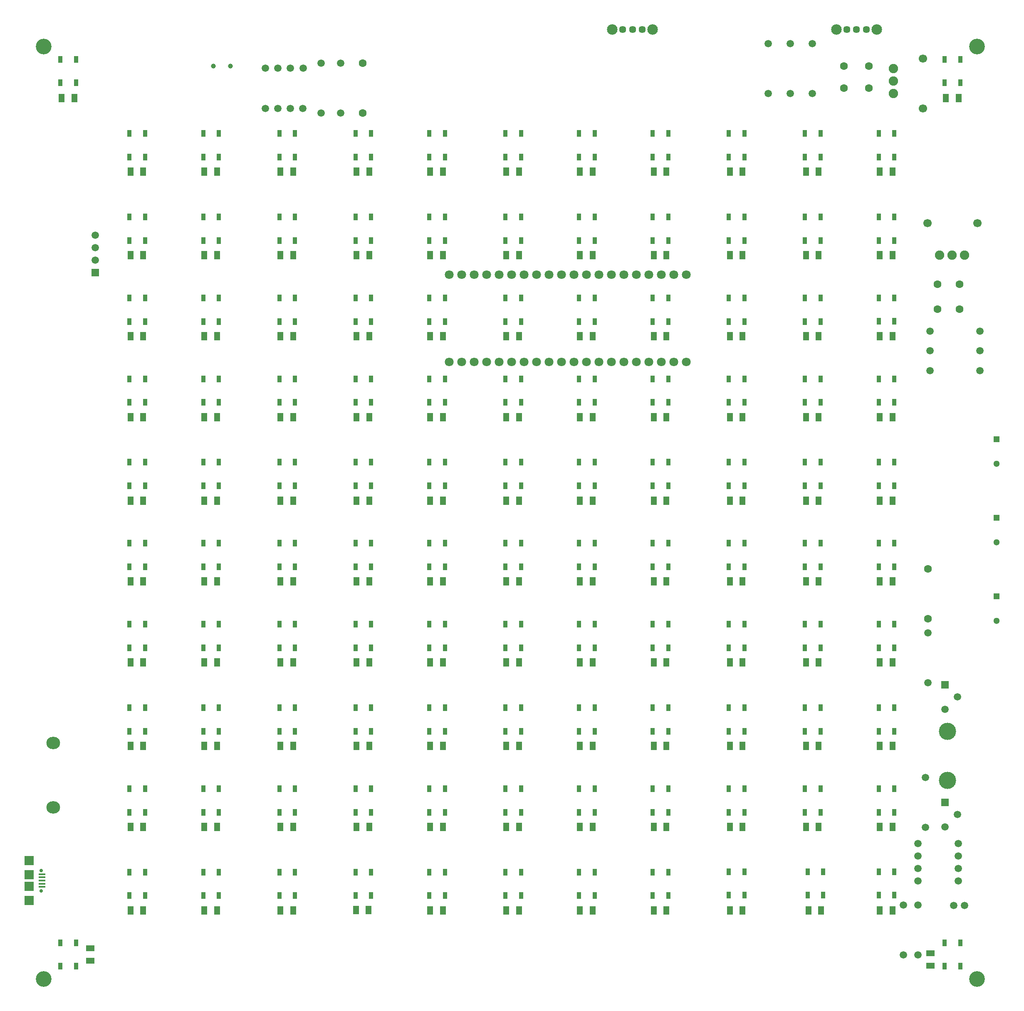
<source format=gbr>
%TF.GenerationSoftware,Altium Limited,Altium Designer,24.5.1 (21)*%
G04 Layer_Color=255*
%FSLAX45Y45*%
%MOMM*%
%TF.SameCoordinates,D7596F51-2DA0-4622-90E6-AC5F46AEA47A*%
%TF.FilePolarity,Positive*%
%TF.FileFunction,Pads,Top*%
%TF.Part,Single*%
G01*
G75*
%TA.AperFunction,SMDPad,CuDef*%
%ADD10R,0.95000X1.35000*%
%ADD11R,1.20000X1.80000*%
%ADD12R,1.80000X1.20000*%
%ADD13R,1.90000X1.90000*%
%ADD14R,1.35000X0.40000*%
%TA.AperFunction,ComponentPad*%
%ADD19C,1.50000*%
G04:AMPARAMS|DCode=20|XSize=2.5mm|YSize=2.8mm|CornerRadius=1.25mm|HoleSize=0mm|Usage=FLASHONLY|Rotation=270.000|XOffset=0mm|YOffset=0mm|HoleType=Round|Shape=RoundedRectangle|*
%AMROUNDEDRECTD20*
21,1,2.50000,0.30000,0,0,270.0*
21,1,0.00000,2.80000,0,0,270.0*
1,1,2.50000,-0.15000,0.00000*
1,1,2.50000,-0.15000,0.00000*
1,1,2.50000,0.15000,0.00000*
1,1,2.50000,0.15000,0.00000*
%
%ADD20ROUNDEDRECTD20*%
%ADD21C,1.60000*%
%ADD22C,1.90000*%
%ADD23C,1.70000*%
%TA.AperFunction,ViaPad*%
%ADD24C,1.00000*%
%TA.AperFunction,ComponentPad*%
%ADD25C,2.15000*%
%ADD26C,1.45000*%
%ADD27C,3.50000*%
%ADD28C,1.80000*%
%ADD29R,1.50000X1.50000*%
%ADD30R,1.50000X1.50000*%
%ADD31R,1.30000X1.30000*%
%ADD32C,1.30000*%
%ADD33C,0.70000*%
%TA.AperFunction,WasherPad*%
%ADD34C,3.20000*%
D10*
X10220000Y10550000D02*
D03*
X9900000Y11030000D02*
D03*
X10220000D02*
D03*
X9900000Y10550000D02*
D03*
X8670000D02*
D03*
X8350000Y11030000D02*
D03*
X8670000D02*
D03*
X8350000Y10550000D02*
D03*
X7170000D02*
D03*
X6850000Y11030000D02*
D03*
X7170000D02*
D03*
X6850000Y10550000D02*
D03*
X5620000D02*
D03*
X5300000Y11030000D02*
D03*
X5620000D02*
D03*
X5300000Y10550000D02*
D03*
X4070000D02*
D03*
X3750000Y11030000D02*
D03*
X4070000D02*
D03*
X3750000Y10550000D02*
D03*
X2570000D02*
D03*
X2250000Y11030000D02*
D03*
X2570000D02*
D03*
X2250000Y10550000D02*
D03*
X2570000Y8900000D02*
D03*
X2250000Y9380000D02*
D03*
X2570000D02*
D03*
X2250000Y8900000D02*
D03*
X4070000D02*
D03*
X3750000Y9380000D02*
D03*
X4070000D02*
D03*
X3750000Y8900000D02*
D03*
X5620000D02*
D03*
X5300000Y9380000D02*
D03*
X5620000D02*
D03*
X5300000Y8900000D02*
D03*
X7170000D02*
D03*
X6850000Y9380000D02*
D03*
X7170000D02*
D03*
X6850000Y8900000D02*
D03*
X8670000D02*
D03*
X8350000Y9380000D02*
D03*
X8670000D02*
D03*
X8350000Y8900000D02*
D03*
X10220000D02*
D03*
X9900000Y9380000D02*
D03*
X10220000D02*
D03*
X9900000Y8900000D02*
D03*
X11720000D02*
D03*
X11400000Y9380000D02*
D03*
X11720000D02*
D03*
X11400000Y8900000D02*
D03*
X13220000D02*
D03*
X12900000Y9380000D02*
D03*
X13220000D02*
D03*
X12900000Y8900000D02*
D03*
X14770000D02*
D03*
X14450000Y9380000D02*
D03*
X14770000D02*
D03*
X14450000Y8900000D02*
D03*
X16320000D02*
D03*
X16000000Y9380000D02*
D03*
X16320000D02*
D03*
X16000000Y8900000D02*
D03*
X17820000D02*
D03*
X17500000Y9380000D02*
D03*
X17820000D02*
D03*
X17500000Y8900000D02*
D03*
X17820000Y7250000D02*
D03*
X17500000Y7730000D02*
D03*
X17820000D02*
D03*
X17500000Y7250000D02*
D03*
X16320000D02*
D03*
X16000000Y7730000D02*
D03*
X16320000D02*
D03*
X16000000Y7250000D02*
D03*
X14770000D02*
D03*
X14450000Y7730000D02*
D03*
X14770000D02*
D03*
X14450000Y7250000D02*
D03*
X13220000D02*
D03*
X12900000Y7730000D02*
D03*
X13220000D02*
D03*
X12900000Y7250000D02*
D03*
X11720000D02*
D03*
X11400000Y7730000D02*
D03*
X11720000D02*
D03*
X11400000Y7250000D02*
D03*
X10220000D02*
D03*
X9900000Y7730000D02*
D03*
X10220000D02*
D03*
X9900000Y7250000D02*
D03*
X8670000D02*
D03*
X8350000Y7730000D02*
D03*
X8670000D02*
D03*
X8350000Y7250000D02*
D03*
X7170000D02*
D03*
X6850000Y7730000D02*
D03*
X7170000D02*
D03*
X6850000Y7250000D02*
D03*
X5620000D02*
D03*
X5300000Y7730000D02*
D03*
X5620000D02*
D03*
X5300000Y7250000D02*
D03*
X4070000D02*
D03*
X3750000Y7730000D02*
D03*
X4070000D02*
D03*
X3750000Y7250000D02*
D03*
X2570000D02*
D03*
X2250000Y7730000D02*
D03*
X2570000D02*
D03*
X2250000Y7250000D02*
D03*
X2570000Y5550000D02*
D03*
X2250000Y6030000D02*
D03*
X2570000D02*
D03*
X2250000Y5550000D02*
D03*
X4070000D02*
D03*
X3750000Y6030000D02*
D03*
X4070000D02*
D03*
X3750000Y5550000D02*
D03*
X5620000D02*
D03*
X5300000Y6030000D02*
D03*
X5620000D02*
D03*
X5300000Y5550000D02*
D03*
X7170000D02*
D03*
X6850000Y6030000D02*
D03*
X7170000D02*
D03*
X6850000Y5550000D02*
D03*
X8670000D02*
D03*
X8350000Y6030000D02*
D03*
X8670000D02*
D03*
X8350000Y5550000D02*
D03*
X10220000D02*
D03*
X9900000Y6030000D02*
D03*
X10220000D02*
D03*
X9900000Y5550000D02*
D03*
X11720000D02*
D03*
X11400000Y6030000D02*
D03*
X11720000D02*
D03*
X11400000Y5550000D02*
D03*
X13220000D02*
D03*
X12900000Y6030000D02*
D03*
X13220000D02*
D03*
X12900000Y5550000D02*
D03*
X14770000D02*
D03*
X14450000Y6030000D02*
D03*
X14770000D02*
D03*
X14450000Y5550000D02*
D03*
X16320000D02*
D03*
X16000000Y6030000D02*
D03*
X16320000D02*
D03*
X16000000Y5550000D02*
D03*
X17820000D02*
D03*
X17500000Y6030000D02*
D03*
X17820000D02*
D03*
X17500000Y5550000D02*
D03*
X17820000Y3900000D02*
D03*
X17500000Y4380000D02*
D03*
X17820000D02*
D03*
X17500000Y3900000D02*
D03*
X16320000D02*
D03*
X16000000Y4380000D02*
D03*
X16320000D02*
D03*
X16000000Y3900000D02*
D03*
X14770000D02*
D03*
X14450000Y4380000D02*
D03*
X14770000D02*
D03*
X14450000Y3900000D02*
D03*
X13220000D02*
D03*
X12900000Y4380000D02*
D03*
X13220000D02*
D03*
X12900000Y3900000D02*
D03*
X11720000D02*
D03*
X11400000Y4380000D02*
D03*
X11720000D02*
D03*
X11400000Y3900000D02*
D03*
X10220000D02*
D03*
X9900000Y4380000D02*
D03*
X10220000D02*
D03*
X9900000Y3900000D02*
D03*
X8670000D02*
D03*
X8350000Y4380000D02*
D03*
X8670000D02*
D03*
X8350000Y3900000D02*
D03*
X7170000D02*
D03*
X6850000Y4380000D02*
D03*
X7170000D02*
D03*
X6850000Y3900000D02*
D03*
X5620000D02*
D03*
X5300000Y4380000D02*
D03*
X5620000D02*
D03*
X5300000Y3900000D02*
D03*
X4070000D02*
D03*
X3750000Y4380000D02*
D03*
X4070000D02*
D03*
X3750000Y3900000D02*
D03*
X2570000D02*
D03*
X2250000Y4380000D02*
D03*
X2570000D02*
D03*
X2250000Y3900000D02*
D03*
X1160000Y760000D02*
D03*
X840000Y1240000D02*
D03*
X1160000D02*
D03*
X840000Y760000D02*
D03*
X2570000Y2200000D02*
D03*
X2250000Y2680000D02*
D03*
X2570000D02*
D03*
X2250000Y2200000D02*
D03*
X4070000D02*
D03*
X3750000Y2680000D02*
D03*
X4070000D02*
D03*
X3750000Y2200000D02*
D03*
X5620000D02*
D03*
X5300000Y2680000D02*
D03*
X5620000D02*
D03*
X5300000Y2200000D02*
D03*
X7170000D02*
D03*
X6850000Y2680000D02*
D03*
X7170000D02*
D03*
X6850000Y2200000D02*
D03*
X8670000D02*
D03*
X8350000Y2680000D02*
D03*
X8670000D02*
D03*
X8350000Y2200000D02*
D03*
X10220000D02*
D03*
X9900000Y2680000D02*
D03*
X10220000D02*
D03*
X9900000Y2200000D02*
D03*
X11720000D02*
D03*
X11400000Y2680000D02*
D03*
X11720000D02*
D03*
X11400000Y2200000D02*
D03*
X12900000Y2680000D02*
D03*
X13220000D02*
D03*
X12900000Y2200000D02*
D03*
X13220000D02*
D03*
X19160001Y18760001D02*
D03*
X18839999Y19239999D02*
D03*
X19160001D02*
D03*
X18839999Y18760001D02*
D03*
X17820000Y17250000D02*
D03*
X17500000Y17730000D02*
D03*
X17820000D02*
D03*
X17500000Y17250000D02*
D03*
X16320000D02*
D03*
X16000000Y17730000D02*
D03*
X16320000D02*
D03*
X16000000Y17250000D02*
D03*
X14770000D02*
D03*
X14450000Y17730000D02*
D03*
X14770000D02*
D03*
X14450000Y17250000D02*
D03*
X13220000D02*
D03*
X12900000Y17730000D02*
D03*
X13220000D02*
D03*
X12900000Y17250000D02*
D03*
X11720000D02*
D03*
X11400000Y17730000D02*
D03*
X11720000D02*
D03*
X11400000Y17250000D02*
D03*
X10220000D02*
D03*
X9900000Y17730000D02*
D03*
X10220000D02*
D03*
X9900000Y17250000D02*
D03*
X8670000D02*
D03*
X8350000Y17730000D02*
D03*
X8670000D02*
D03*
X8350000Y17250000D02*
D03*
X7170000D02*
D03*
X6850000Y17730000D02*
D03*
X7170000D02*
D03*
X6850000Y17250000D02*
D03*
X5620000D02*
D03*
X5300000Y17730000D02*
D03*
X5620000D02*
D03*
X5300000Y17250000D02*
D03*
X4070000D02*
D03*
X3750000Y17730000D02*
D03*
X4070000D02*
D03*
X3750000Y17250000D02*
D03*
X2570000D02*
D03*
X2250000Y17730000D02*
D03*
X2570000D02*
D03*
X2250000Y17250000D02*
D03*
X1160000Y18760001D02*
D03*
X840000Y19239999D02*
D03*
X1160000D02*
D03*
X840000Y18760001D02*
D03*
X2570000Y15550000D02*
D03*
X2250000Y16030000D02*
D03*
X2570000D02*
D03*
X2250000Y15550000D02*
D03*
X4070000D02*
D03*
X3750000Y16030000D02*
D03*
X4070000D02*
D03*
X3750000Y15550000D02*
D03*
X5620000D02*
D03*
X5300000Y16030000D02*
D03*
X5620000D02*
D03*
X5300000Y15550000D02*
D03*
X7170000D02*
D03*
X6850000Y16030000D02*
D03*
X7170000D02*
D03*
X6850000Y15550000D02*
D03*
X8670000D02*
D03*
X8350000Y16030000D02*
D03*
X8670000D02*
D03*
X8350000Y15550000D02*
D03*
X10220000D02*
D03*
X9900000Y16030000D02*
D03*
X10220000D02*
D03*
X9900000Y15550000D02*
D03*
X11720000D02*
D03*
X11400000Y16030000D02*
D03*
X11720000D02*
D03*
X11400000Y15550000D02*
D03*
X13220000D02*
D03*
X12900000Y16030000D02*
D03*
X13220000D02*
D03*
X12900000Y15550000D02*
D03*
X14770000D02*
D03*
X14450000Y16030000D02*
D03*
X14770000D02*
D03*
X14450000Y15550000D02*
D03*
X16320000D02*
D03*
X16000000Y16030000D02*
D03*
X16320000D02*
D03*
X16000000Y15550000D02*
D03*
X17820000D02*
D03*
X17500000Y16030000D02*
D03*
X17820000D02*
D03*
X17500000Y15550000D02*
D03*
X17820000Y13900000D02*
D03*
X17500000Y14380000D02*
D03*
X17820000D02*
D03*
X17500000Y13900000D02*
D03*
X16320000Y13895369D02*
D03*
X16000000Y14375369D02*
D03*
X16320000D02*
D03*
X16000000Y13895369D02*
D03*
X14770000D02*
D03*
X14450000Y14375369D02*
D03*
X14770000D02*
D03*
X14450000Y13895369D02*
D03*
X13220000D02*
D03*
X12900000Y14375369D02*
D03*
X13220000D02*
D03*
X12900000Y13895369D02*
D03*
X11720000D02*
D03*
X11400000Y14375369D02*
D03*
X11720000D02*
D03*
X11400000Y13895369D02*
D03*
X10220000D02*
D03*
X9900000Y14375369D02*
D03*
X10220000D02*
D03*
X9900000Y13895369D02*
D03*
X8670000D02*
D03*
X8350000Y14375369D02*
D03*
X8670000D02*
D03*
X8350000Y13895369D02*
D03*
X7170000D02*
D03*
X6850000Y14375369D02*
D03*
X7170000D02*
D03*
X6850000Y13895369D02*
D03*
X5620000D02*
D03*
X5300000Y14375369D02*
D03*
X5620000D02*
D03*
X5300000Y13895369D02*
D03*
X4070000D02*
D03*
X3750000Y14375369D02*
D03*
X4070000D02*
D03*
X3750000Y13895369D02*
D03*
X2570000D02*
D03*
X2250000Y14375369D02*
D03*
X2570000D02*
D03*
X2250000Y13895369D02*
D03*
X2570000Y12250000D02*
D03*
X2250000Y12730000D02*
D03*
X2570000D02*
D03*
X2250000Y12250000D02*
D03*
X4070000D02*
D03*
X3750000Y12730000D02*
D03*
X4070000D02*
D03*
X3750000Y12250000D02*
D03*
X5620000D02*
D03*
X5300000Y12730000D02*
D03*
X5620000D02*
D03*
X5300000Y12250000D02*
D03*
X7170000D02*
D03*
X6850000Y12730000D02*
D03*
X7170000D02*
D03*
X6850000Y12250000D02*
D03*
X8670000D02*
D03*
X8350000Y12730000D02*
D03*
X8670000D02*
D03*
X8350000Y12250000D02*
D03*
X10220000D02*
D03*
X9900000Y12730000D02*
D03*
X10220000D02*
D03*
X9900000Y12250000D02*
D03*
X11720000D02*
D03*
X11400000Y12730000D02*
D03*
X11720000D02*
D03*
X11400000Y12250000D02*
D03*
X13220000D02*
D03*
X12900000Y12730000D02*
D03*
X13220000D02*
D03*
X12900000Y12250000D02*
D03*
X14770000D02*
D03*
X14450000Y12730000D02*
D03*
X14770000D02*
D03*
X14450000Y12250000D02*
D03*
X16320000D02*
D03*
X16000000Y12730000D02*
D03*
X16320000D02*
D03*
X16000000Y12250000D02*
D03*
X17820000D02*
D03*
X17500000Y12730000D02*
D03*
X17820000D02*
D03*
X17500000Y12250000D02*
D03*
X17820000Y10550000D02*
D03*
X17500000Y11030000D02*
D03*
X17820000D02*
D03*
X17500000Y10550000D02*
D03*
X16320000D02*
D03*
X16000000Y11030000D02*
D03*
X16320000D02*
D03*
X16000000Y10550000D02*
D03*
X14770000D02*
D03*
X14450000Y11030000D02*
D03*
X14770000D02*
D03*
X14450000Y10550000D02*
D03*
X13220000D02*
D03*
X12900000Y11030000D02*
D03*
X13220000D02*
D03*
X12900000Y10550000D02*
D03*
X11720000D02*
D03*
X11400000Y11030000D02*
D03*
X11720000D02*
D03*
X11400000Y10550000D02*
D03*
X14446030Y2690000D02*
D03*
X14766029D02*
D03*
Y2210000D02*
D03*
X14446030D02*
D03*
X16052565Y2690000D02*
D03*
X16372565D02*
D03*
Y2210000D02*
D03*
X16052565D02*
D03*
X17500000Y2690000D02*
D03*
X17820000D02*
D03*
Y2210000D02*
D03*
X17500000D02*
D03*
X18839999Y760000D02*
D03*
X19160001D02*
D03*
Y1240000D02*
D03*
X18839999D02*
D03*
D11*
X5580000Y16950000D02*
D03*
X5320000D02*
D03*
X7130000D02*
D03*
X6870000D02*
D03*
X8630000D02*
D03*
X8370000D02*
D03*
X10180000D02*
D03*
X9920000D02*
D03*
X11680000D02*
D03*
X11420000D02*
D03*
X13180000D02*
D03*
X12920000D02*
D03*
X14730000D02*
D03*
X14470000D02*
D03*
X16280000D02*
D03*
X16020000D02*
D03*
X17780000D02*
D03*
X17520000D02*
D03*
X19130000Y18450000D02*
D03*
X18870000D02*
D03*
X14730000Y15250000D02*
D03*
X14470000D02*
D03*
X13180000D02*
D03*
X12920000D02*
D03*
X11680000D02*
D03*
X11420000D02*
D03*
X10180000D02*
D03*
X9920000D02*
D03*
X8630000D02*
D03*
X8370000D02*
D03*
X7130000D02*
D03*
X6870000D02*
D03*
X5580000D02*
D03*
X5320000D02*
D03*
X4030000D02*
D03*
X3770000D02*
D03*
X2530000D02*
D03*
X2270000D02*
D03*
X1130000Y18450000D02*
D03*
X870000D02*
D03*
X2530000Y16950000D02*
D03*
X2270000D02*
D03*
X5580000Y13600000D02*
D03*
X5320000D02*
D03*
X7130000D02*
D03*
X6870000D02*
D03*
X8630000D02*
D03*
X8370000D02*
D03*
X10180000D02*
D03*
X9920000D02*
D03*
X11680000D02*
D03*
X11420000D02*
D03*
X13180000D02*
D03*
X12920000D02*
D03*
X14730000D02*
D03*
X14470000D02*
D03*
X16280000D02*
D03*
X16020000D02*
D03*
X17780000D02*
D03*
X17520000D02*
D03*
X17780000Y15250000D02*
D03*
X17520000D02*
D03*
X16280000D02*
D03*
X16020000D02*
D03*
X14730000Y11950000D02*
D03*
X14470000D02*
D03*
X13180000D02*
D03*
X12920000D02*
D03*
X11680000D02*
D03*
X11420000D02*
D03*
X10180000D02*
D03*
X9920000D02*
D03*
X8630000D02*
D03*
X8370000D02*
D03*
X7130000D02*
D03*
X6870000D02*
D03*
X5580000D02*
D03*
X5320000D02*
D03*
X4030000D02*
D03*
X3770000D02*
D03*
X2530000D02*
D03*
X2270000D02*
D03*
X2530000Y13600000D02*
D03*
X2270000D02*
D03*
X4030000D02*
D03*
X3770000D02*
D03*
X5580000Y10250000D02*
D03*
X5320000D02*
D03*
X7130000D02*
D03*
X6870000D02*
D03*
X8630000D02*
D03*
X8370000D02*
D03*
X10180000D02*
D03*
X9920000D02*
D03*
X11680000D02*
D03*
X11420000D02*
D03*
X13180000D02*
D03*
X12920000D02*
D03*
X14730000D02*
D03*
X14470000D02*
D03*
X16280000D02*
D03*
X16020000D02*
D03*
X17780000D02*
D03*
X17520000D02*
D03*
X17780000Y11950000D02*
D03*
X17520000D02*
D03*
X16280000D02*
D03*
X16020000D02*
D03*
X14730000Y8600000D02*
D03*
X14470000D02*
D03*
X13180000D02*
D03*
X12920000D02*
D03*
X11680000D02*
D03*
X11420000D02*
D03*
X10180000D02*
D03*
X9920000D02*
D03*
X8630000D02*
D03*
X8370000D02*
D03*
X7130000D02*
D03*
X6870000D02*
D03*
X5580000D02*
D03*
X5320000D02*
D03*
X4030000D02*
D03*
X3770000D02*
D03*
X2530000D02*
D03*
X2270000D02*
D03*
X2530000Y10250000D02*
D03*
X2270000D02*
D03*
X4030000D02*
D03*
X3770000D02*
D03*
X5580000Y6950000D02*
D03*
X5320000D02*
D03*
X7130000D02*
D03*
X6870000D02*
D03*
X8630000D02*
D03*
X8370000D02*
D03*
X10180000D02*
D03*
X9920000D02*
D03*
X11680000D02*
D03*
X11420000D02*
D03*
X13180000D02*
D03*
X12920000D02*
D03*
X14730000D02*
D03*
X14470000D02*
D03*
X16280000D02*
D03*
X16020000D02*
D03*
X17780000D02*
D03*
X17520000D02*
D03*
X17780000Y8600000D02*
D03*
X17520000D02*
D03*
X16280000D02*
D03*
X16020000D02*
D03*
X14730000Y5250000D02*
D03*
X14470000D02*
D03*
X13180000D02*
D03*
X12920000D02*
D03*
X11680000D02*
D03*
X11420000D02*
D03*
X10180000D02*
D03*
X9920000D02*
D03*
X8630000D02*
D03*
X8370000D02*
D03*
X7130000D02*
D03*
X6870000D02*
D03*
X5580000D02*
D03*
X5320000D02*
D03*
X4030000D02*
D03*
X3770000D02*
D03*
X2530000D02*
D03*
X2270000D02*
D03*
X2530000Y6950000D02*
D03*
X2270000D02*
D03*
X4030000D02*
D03*
X3770000D02*
D03*
X5580000Y3600000D02*
D03*
X5320000D02*
D03*
X7130000D02*
D03*
X6870000D02*
D03*
X8630000D02*
D03*
X8370000D02*
D03*
X10180000D02*
D03*
X9920000D02*
D03*
X11680000D02*
D03*
X11420000D02*
D03*
X13180000D02*
D03*
X12920000D02*
D03*
X14730000D02*
D03*
X14470000D02*
D03*
X16280000D02*
D03*
X16020000D02*
D03*
X17780000D02*
D03*
X17520000D02*
D03*
X17780000Y5250000D02*
D03*
X17520000D02*
D03*
X16280000D02*
D03*
X16020000D02*
D03*
X13180000Y1900000D02*
D03*
X12920000D02*
D03*
X11680000D02*
D03*
X11420000D02*
D03*
X10180000D02*
D03*
X9920000D02*
D03*
X8630000D02*
D03*
X8370000D02*
D03*
X7117327Y1906353D02*
D03*
X6857327D02*
D03*
X5580000Y1900000D02*
D03*
X5320000D02*
D03*
X4030000D02*
D03*
X3770000D02*
D03*
X2530000D02*
D03*
X2270000D02*
D03*
X2530000Y3600000D02*
D03*
X2270000D02*
D03*
X4030000D02*
D03*
X3770000D02*
D03*
X14730000Y1900000D02*
D03*
X14470000D02*
D03*
X16330000D02*
D03*
X16070000D02*
D03*
X17780000D02*
D03*
X17520000D02*
D03*
X4030000Y16950000D02*
D03*
X3770000D02*
D03*
D12*
X1450000Y1130000D02*
D03*
Y870000D02*
D03*
X18550000Y1030000D02*
D03*
Y770000D02*
D03*
D13*
X205000Y2102500D02*
D03*
X205000Y2387500D02*
D03*
Y2627500D02*
D03*
X205000Y2912500D02*
D03*
D14*
X472501Y2442500D02*
D03*
X472500Y2572500D02*
D03*
Y2637500D02*
D03*
Y2507500D02*
D03*
Y2377500D02*
D03*
D19*
X18449992Y3592000D02*
D03*
X18450008Y4608000D02*
D03*
X18542000Y12900008D02*
D03*
X19558000Y12899992D02*
D03*
X19025726Y2003956D02*
D03*
X19250726D02*
D03*
X6549992Y18142000D02*
D03*
X6550008Y19158000D02*
D03*
X18300000Y3262000D02*
D03*
Y2754000D02*
D03*
Y2500000D02*
D03*
Y3008000D02*
D03*
X19120000Y2499000D02*
D03*
Y3262000D02*
D03*
Y2754000D02*
D03*
Y3008000D02*
D03*
X16150008Y19558000D02*
D03*
X16149992Y18542000D02*
D03*
X15699992D02*
D03*
X15700008Y19558000D02*
D03*
X15249992Y18542000D02*
D03*
X15250008Y19558000D02*
D03*
X19100000Y6250000D02*
D03*
X18850000Y6000000D02*
D03*
X17999992Y992000D02*
D03*
X18000008Y2008000D02*
D03*
X18299992Y992000D02*
D03*
X18300008Y2008000D02*
D03*
X18499992Y6542000D02*
D03*
X18500008Y7558000D02*
D03*
X19100000Y3850000D02*
D03*
X18850000Y3600000D02*
D03*
X1550000Y15146001D02*
D03*
Y15400000D02*
D03*
Y15653999D02*
D03*
X18541998Y13300008D02*
D03*
X19558000Y13299992D02*
D03*
X19557999Y13699992D02*
D03*
X18542000Y13700008D02*
D03*
X6150008Y19158000D02*
D03*
X6149992Y18142000D02*
D03*
X5273000Y19060001D02*
D03*
X5527000D02*
D03*
X5019000Y19060001D02*
D03*
X5782000D02*
D03*
X5273000Y18239999D02*
D03*
X5781000Y18239999D02*
D03*
X5527000Y18239999D02*
D03*
X5019000Y18239999D02*
D03*
D20*
X694500Y5312000D02*
D03*
Y3998000D02*
D03*
D21*
X19150000Y14150000D02*
D03*
Y14658000D02*
D03*
X18699998Y14150000D02*
D03*
Y14658000D02*
D03*
X7000000Y19158000D02*
D03*
Y18142000D02*
D03*
X18500000Y7842000D02*
D03*
Y8858000D02*
D03*
X17300000Y19100000D02*
D03*
X16792000D02*
D03*
X17300000Y18650000D02*
D03*
X16792000D02*
D03*
D22*
X18742000Y15249998D02*
D03*
X18996001Y15250000D02*
D03*
X19250000D02*
D03*
X17800000Y18800000D02*
D03*
Y19053999D02*
D03*
Y18546001D02*
D03*
D23*
X18492000Y15900000D02*
D03*
X19508000D02*
D03*
X18400000Y19258000D02*
D03*
Y18242000D02*
D03*
D24*
X4299999Y19100000D02*
D03*
X3960999D02*
D03*
D25*
X12899998Y19850000D02*
D03*
X12079999D02*
D03*
X17460001D02*
D03*
X16639999D02*
D03*
D26*
X12289999D02*
D03*
X12489999D02*
D03*
X12689999D02*
D03*
X16850000D02*
D03*
X17050000D02*
D03*
X17250000D02*
D03*
D27*
X18900000Y5550000D02*
D03*
Y4550000D02*
D03*
D28*
X13077229Y14849657D02*
D03*
X12823230Y14849657D02*
D03*
X12569230Y14849657D02*
D03*
X12315230Y14849657D02*
D03*
X13077998Y13073001D02*
D03*
X12823999Y13073001D02*
D03*
X12570000Y13073001D02*
D03*
X12316000D02*
D03*
X12062000D02*
D03*
X11807999D02*
D03*
X11553999D02*
D03*
X8760000Y14850000D02*
D03*
X9014000D02*
D03*
X9268000D02*
D03*
X9521999D02*
D03*
X9776000Y14850000D02*
D03*
X10030000Y14850000D02*
D03*
X10284000D02*
D03*
X10791999Y14850000D02*
D03*
X8760001Y13073001D02*
D03*
X9013999D02*
D03*
X9267999D02*
D03*
X9776000D02*
D03*
X10284000D02*
D03*
X10538000D02*
D03*
X10791999D02*
D03*
X11046000D02*
D03*
X11299999D02*
D03*
X11554000Y14850000D02*
D03*
X11046000Y14850000D02*
D03*
X11300000Y14850000D02*
D03*
X11807230Y14849657D02*
D03*
X12061230Y14849657D02*
D03*
X10538000Y14850000D02*
D03*
X13585999Y13073001D02*
D03*
X13585229Y14849657D02*
D03*
X13331230D02*
D03*
X9521999Y13073001D02*
D03*
X13332001D02*
D03*
X10030000D02*
D03*
D29*
X18850000Y6500000D02*
D03*
Y4100000D02*
D03*
D30*
X1550000Y14892000D02*
D03*
D31*
X19900000Y9900000D02*
D03*
Y8300000D02*
D03*
Y11500000D02*
D03*
D32*
Y9400000D02*
D03*
Y7800000D02*
D03*
Y11000000D02*
D03*
D33*
X450000Y2715000D02*
D03*
Y2300000D02*
D03*
D34*
X500000Y500000D02*
D03*
X19500000Y19500000D02*
D03*
X500000D02*
D03*
X19500000Y500000D02*
D03*
%TF.MD5,58915a99d4398fea7b18d9cf02fe7685*%
M02*

</source>
